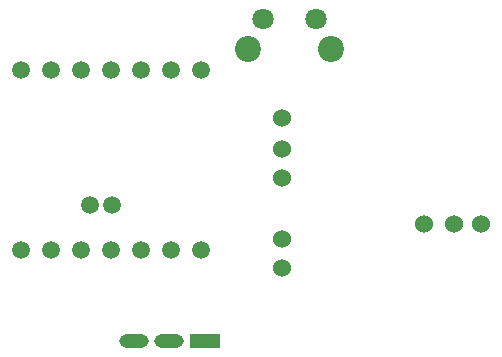
<source format=gbl>
G04 Layer: BottomLayer*
G04 EasyEDA v6.5.44, 2024-07-16 23:05:10*
G04 d2859fdac7c24986be9c74e91a94c2b3,2d99afecd3cb4a319326ca3d9e85512b,10*
G04 Gerber Generator version 0.2*
G04 Scale: 100 percent, Rotated: No, Reflected: No *
G04 Dimensions in inches *
G04 leading zeros omitted , absolute positions ,3 integer and 6 decimal *
%FSLAX36Y36*%
%MOIN*%

%ADD10R,0.0984X0.0472*%
%ADD11O,0.098425X0.047244*%
%ADD12C,0.0709*%
%ADD13C,0.0866*%
%ADD14C,0.0591*%
%ADD15C,0.0600*%

%LPD*%
D10*
G01*
X1043109Y2455000D03*
D11*
G01*
X925000Y2455000D03*
G01*
X806890Y2455000D03*
D12*
G01*
X1413590Y3530000D03*
G01*
X1236409Y3530000D03*
D13*
G01*
X1187209Y3430000D03*
G01*
X1462790Y3430000D03*
D14*
G01*
X430000Y2760000D03*
G01*
X930000Y3360000D03*
G01*
X830000Y3360000D03*
G01*
X730000Y3360000D03*
G01*
X630000Y3360000D03*
G01*
X530000Y3360000D03*
G01*
X430000Y3360000D03*
G01*
X1030000Y3360000D03*
G01*
X530000Y2760000D03*
G01*
X630000Y2760000D03*
G01*
X730000Y2760000D03*
G01*
X830000Y2760000D03*
G01*
X930000Y2760000D03*
G01*
X1030000Y2760000D03*
D15*
G01*
X1965000Y2845000D03*
G01*
X1300000Y3095000D03*
G01*
X1300000Y2795000D03*
G01*
X1300000Y2700000D03*
G01*
X1300000Y3200000D03*
G01*
X1875000Y2845000D03*
G01*
X1775000Y2845000D03*
G01*
X1300000Y3000000D03*
D14*
G01*
X660000Y2910000D03*
G01*
X734329Y2910000D03*
M02*

</source>
